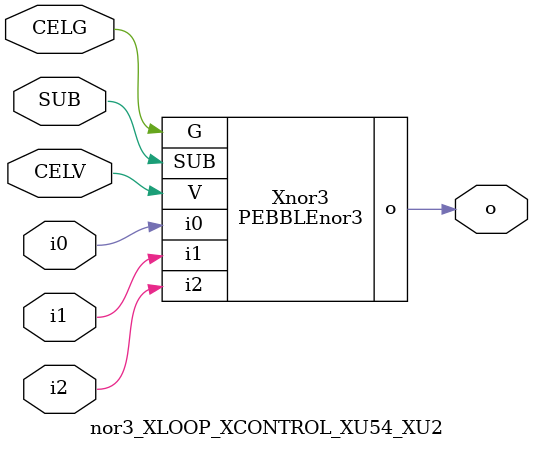
<source format=v>



module PEBBLEnor3 ( o, G, SUB, V, i0, i1, i2 );

  input i0;
  input V;
  input i2;
  input i1;
  input G;
  output o;
  input SUB;
endmodule

//Celera Confidential Do Not Copy nor3_XLOOP_XCONTROL_XU54_XU2
//Celera Confidential Symbol Generator
//NOR3
module nor3_XLOOP_XCONTROL_XU54_XU2 (CELV,CELG,i0,i1,i2,o,SUB);
input CELV;
input CELG;
input i0;
input i1;
input i2;
input SUB;
output o;

//Celera Confidential Do Not Copy nor3
PEBBLEnor3 Xnor3(
.V (CELV),
.i0 (i0),
.i1 (i1),
.i2 (i2),
.o (o),
.SUB (SUB),
.G (CELG)
);
//,diesize,PEBBLEnor3

//Celera Confidential Do Not Copy Module End
//Celera Schematic Generator
endmodule

</source>
